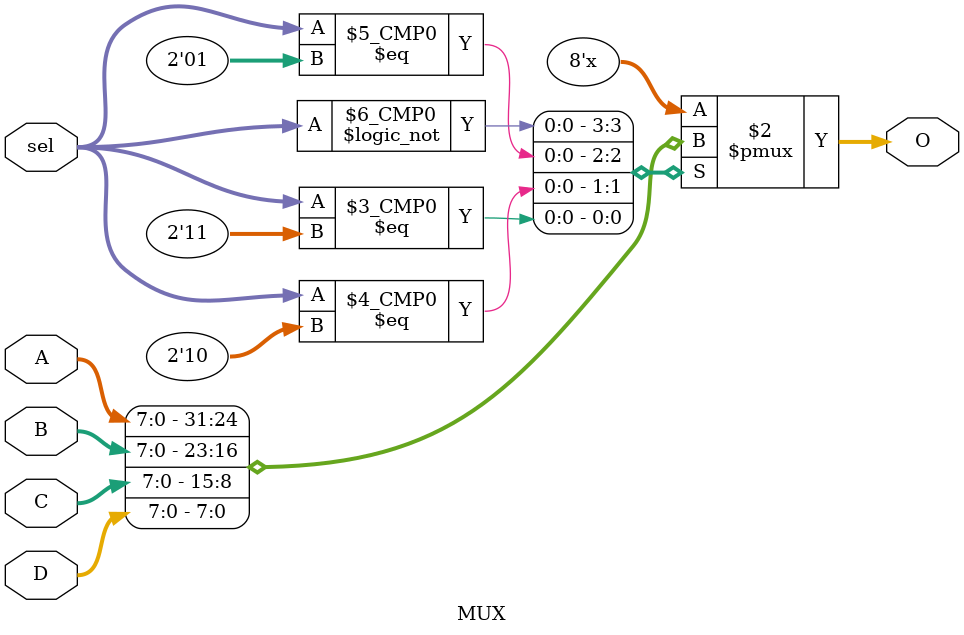
<source format=v>
module MUX(
	input 		[1:0] sel,
	input 		[7:0] A,
	input 		[7:0] B,
	input 		[7:0] C,
	input 		[7:0] D,
	output reg 	[7:0] O
);

	always @(*) begin
		case(sel)
			2'd0:	O <= A;
			2'd1:	O <= B;
			2'd2:	O <= C;
			2'd3:	O <= D;
		endcase
	end

endmodule
</source>
